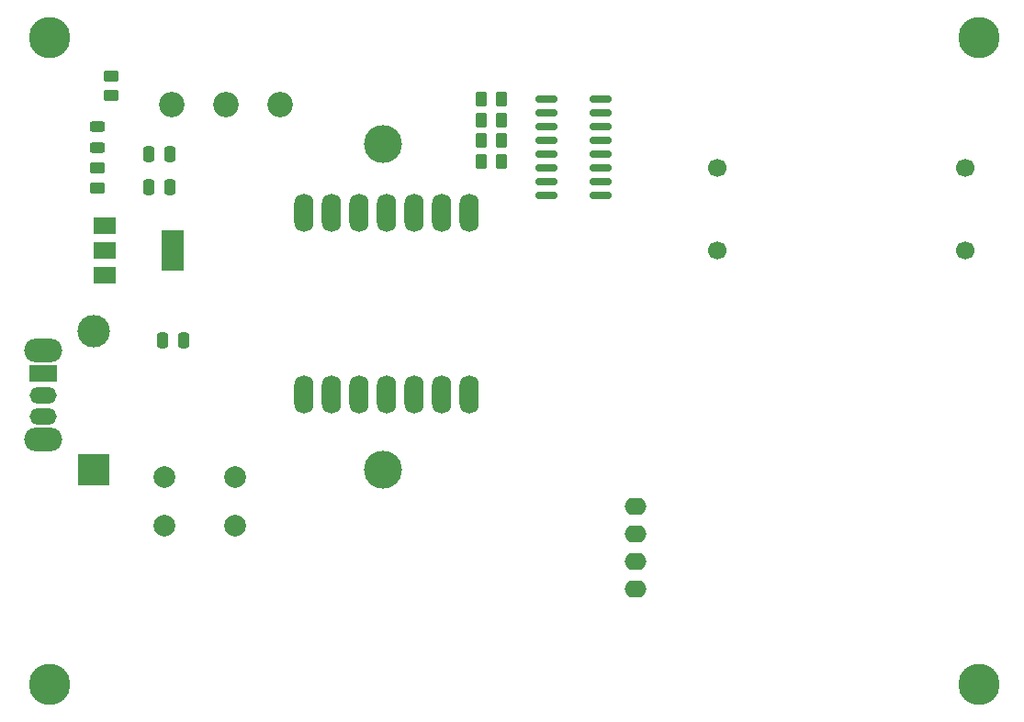
<source format=gbr>
%TF.GenerationSoftware,KiCad,Pcbnew,8.0.0-rc1-67-g7b24167398*%
%TF.CreationDate,2024-01-29T15:53:44-08:00*%
%TF.ProjectId,test,74657374-2e6b-4696-9361-645f70636258,rev?*%
%TF.SameCoordinates,Original*%
%TF.FileFunction,Soldermask,Top*%
%TF.FilePolarity,Negative*%
%FSLAX46Y46*%
G04 Gerber Fmt 4.6, Leading zero omitted, Abs format (unit mm)*
G04 Created by KiCad (PCBNEW 8.0.0-rc1-67-g7b24167398) date 2024-01-29 15:53:44*
%MOMM*%
%LPD*%
G01*
G04 APERTURE LIST*
G04 Aperture macros list*
%AMRoundRect*
0 Rectangle with rounded corners*
0 $1 Rounding radius*
0 $2 $3 $4 $5 $6 $7 $8 $9 X,Y pos of 4 corners*
0 Add a 4 corners polygon primitive as box body*
4,1,4,$2,$3,$4,$5,$6,$7,$8,$9,$2,$3,0*
0 Add four circle primitives for the rounded corners*
1,1,$1+$1,$2,$3*
1,1,$1+$1,$4,$5*
1,1,$1+$1,$6,$7*
1,1,$1+$1,$8,$9*
0 Add four rect primitives between the rounded corners*
20,1,$1+$1,$2,$3,$4,$5,0*
20,1,$1+$1,$4,$5,$6,$7,0*
20,1,$1+$1,$6,$7,$8,$9,0*
20,1,$1+$1,$8,$9,$2,$3,0*%
G04 Aperture macros list end*
%ADD10C,3.800000*%
%ADD11RoundRect,0.243750X-0.456250X0.243750X-0.456250X-0.243750X0.456250X-0.243750X0.456250X0.243750X0*%
%ADD12C,1.700000*%
%ADD13RoundRect,0.250000X0.450000X-0.262500X0.450000X0.262500X-0.450000X0.262500X-0.450000X-0.262500X0*%
%ADD14RoundRect,0.250000X-0.262500X-0.450000X0.262500X-0.450000X0.262500X0.450000X-0.262500X0.450000X0*%
%ADD15RoundRect,0.250000X0.250000X0.475000X-0.250000X0.475000X-0.250000X-0.475000X0.250000X-0.475000X0*%
%ADD16RoundRect,0.150000X-0.825000X-0.150000X0.825000X-0.150000X0.825000X0.150000X-0.825000X0.150000X0*%
%ADD17C,2.000000*%
%ADD18O,2.000000X1.600000*%
%ADD19O,3.500000X2.200000*%
%ADD20R,2.500000X1.500000*%
%ADD21O,2.500000X1.500000*%
%ADD22R,2.000000X1.500000*%
%ADD23R,2.000000X3.800000*%
%ADD24C,2.340000*%
%ADD25O,1.778000X3.556000*%
%ADD26RoundRect,0.250000X-0.250000X-0.475000X0.250000X-0.475000X0.250000X0.475000X-0.250000X0.475000X0*%
%ADD27C,3.500000*%
%ADD28R,3.000000X3.000000*%
%ADD29C,3.000000*%
G04 APERTURE END LIST*
D10*
%TO.C,H4*%
X182245000Y-107950000D03*
%TD*%
%TO.C,H2*%
X182245000Y-48260000D03*
%TD*%
D11*
%TO.C,D1*%
X100965000Y-56530000D03*
X100965000Y-58405000D03*
%TD*%
D12*
%TO.C,M1*%
X180975000Y-60325000D03*
X180975000Y-67945000D03*
X158115000Y-60325000D03*
X158115000Y-67945000D03*
%TD*%
D13*
%TO.C,R6*%
X102235000Y-53617500D03*
X102235000Y-51792500D03*
%TD*%
D14*
%TO.C,R4*%
X136377500Y-53975000D03*
X138202500Y-53975000D03*
%TD*%
D13*
%TO.C,R5*%
X100965000Y-62150000D03*
X100965000Y-60325000D03*
%TD*%
D15*
%TO.C,C2*%
X107630000Y-62065000D03*
X105730000Y-62065000D03*
%TD*%
D10*
%TO.C,H3*%
X96520000Y-107950000D03*
%TD*%
D16*
%TO.C,U2*%
X142370000Y-53975000D03*
X142370000Y-55245000D03*
X142370000Y-56515000D03*
X142370000Y-57785000D03*
X142370000Y-59055000D03*
X142370000Y-60325000D03*
X142370000Y-61595000D03*
X142370000Y-62865000D03*
X147320000Y-62865000D03*
X147320000Y-61595000D03*
X147320000Y-60325000D03*
X147320000Y-59055000D03*
X147320000Y-57785000D03*
X147320000Y-56515000D03*
X147320000Y-55245000D03*
X147320000Y-53975000D03*
%TD*%
D14*
%TO.C,R1*%
X136377500Y-59690000D03*
X138202500Y-59690000D03*
%TD*%
D17*
%TO.C,SW1*%
X107165000Y-88845000D03*
X113665000Y-88845000D03*
X107165000Y-93345000D03*
X113665000Y-93345000D03*
%TD*%
D18*
%TO.C,J3*%
X150610000Y-99170000D03*
X150610000Y-96630000D03*
X150610000Y-94090000D03*
X150610000Y-91550000D03*
%TD*%
D14*
%TO.C,R2*%
X136377500Y-57785000D03*
X138202500Y-57785000D03*
%TD*%
D19*
%TO.C,SW2*%
X95980000Y-77180000D03*
X95980000Y-85380000D03*
D20*
X95980000Y-79280000D03*
D21*
X95980000Y-81280000D03*
X95980000Y-83280000D03*
%TD*%
D22*
%TO.C,U1*%
X101625000Y-65645000D03*
X101625000Y-67945000D03*
D23*
X107925000Y-67945000D03*
D22*
X101625000Y-70245000D03*
%TD*%
D24*
%TO.C,RV1*%
X117790000Y-54450000D03*
X112790000Y-54450000D03*
X107790000Y-54450000D03*
%TD*%
D25*
%TO.C,U3*%
X120015000Y-81191500D03*
X122555000Y-81191500D03*
X125095000Y-81191500D03*
X127635000Y-81191500D03*
X130175000Y-81191500D03*
X132715000Y-81191500D03*
X135255000Y-81191500D03*
X120015000Y-64427500D03*
X122555000Y-64427500D03*
X125095000Y-64427500D03*
X127635000Y-64427500D03*
X130175000Y-64427500D03*
X132715000Y-64427500D03*
X135255000Y-64427500D03*
%TD*%
D26*
%TO.C,C1*%
X107000000Y-76200000D03*
X108900000Y-76200000D03*
%TD*%
D10*
%TO.C,H1*%
X96520000Y-48260000D03*
%TD*%
D14*
%TO.C,R3*%
X136377500Y-55880000D03*
X138202500Y-55880000D03*
%TD*%
D15*
%TO.C,C3*%
X107630000Y-59055000D03*
X105730000Y-59055000D03*
%TD*%
D27*
%TO.C,J1*%
X127285000Y-58135000D03*
X127285000Y-88135000D03*
D28*
X100585000Y-88135000D03*
D29*
X100585000Y-75335000D03*
%TD*%
M02*

</source>
